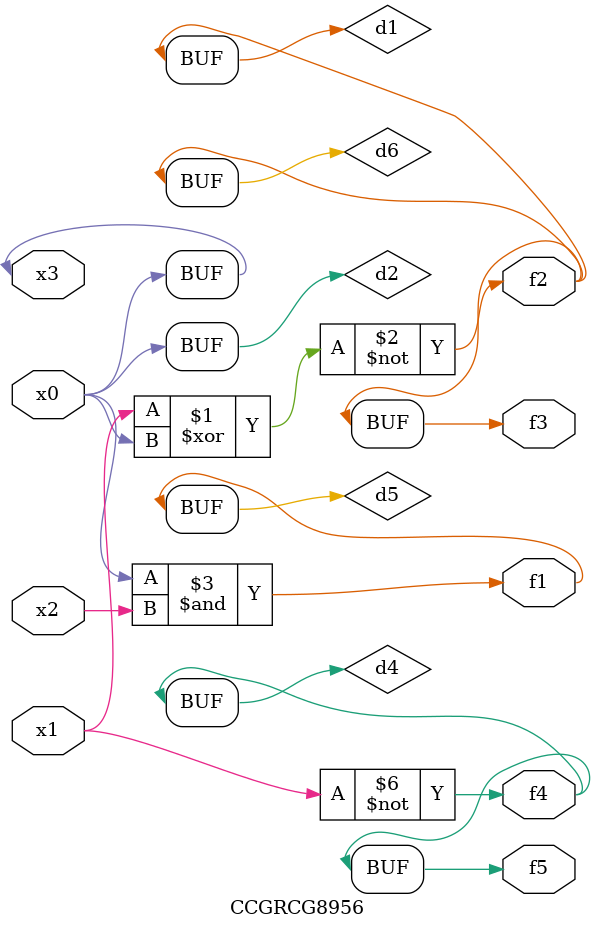
<source format=v>
module CCGRCG8956(
	input x0, x1, x2, x3,
	output f1, f2, f3, f4, f5
);

	wire d1, d2, d3, d4, d5, d6;

	xnor (d1, x1, x3);
	buf (d2, x0, x3);
	nand (d3, x0, x2);
	not (d4, x1);
	nand (d5, d3);
	or (d6, d1);
	assign f1 = d5;
	assign f2 = d6;
	assign f3 = d6;
	assign f4 = d4;
	assign f5 = d4;
endmodule

</source>
